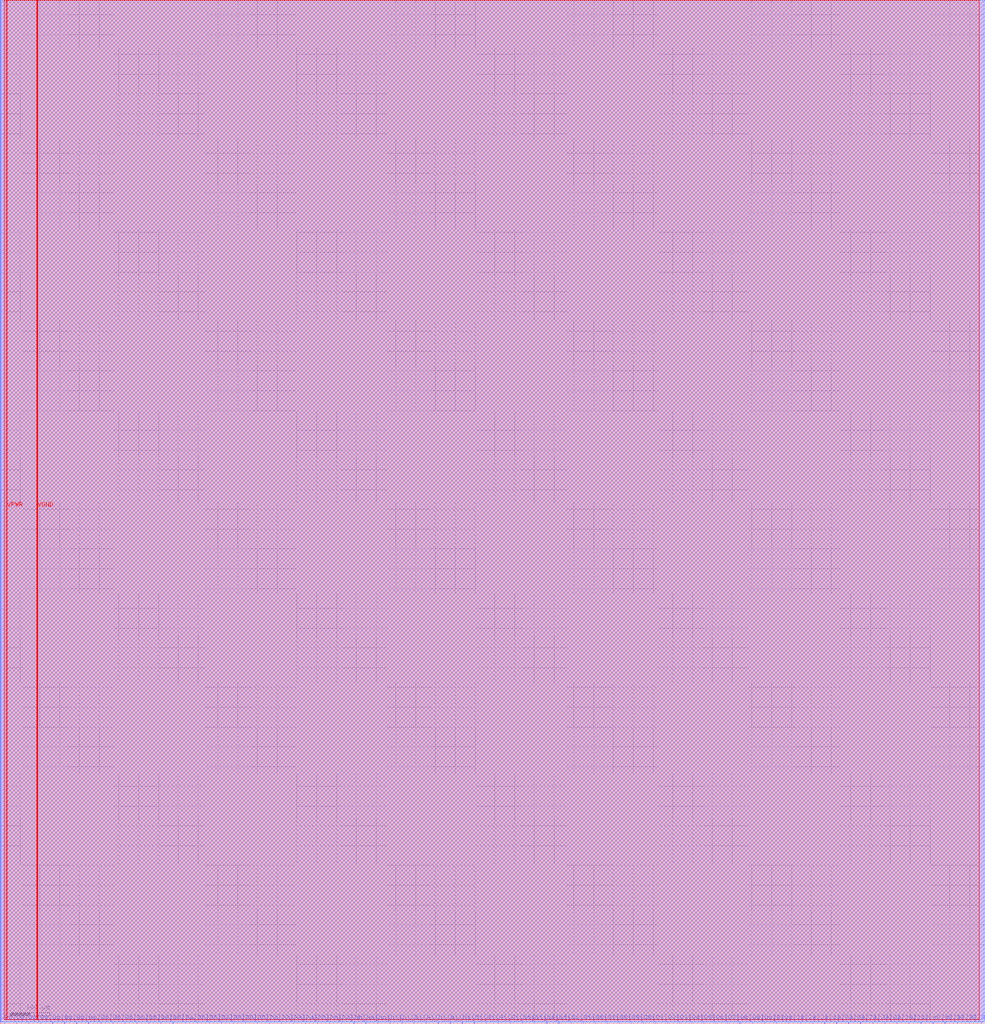
<source format=lef>
VERSION 5.7 ;
  NOWIREEXTENSIONATPIN ON ;
  DIVIDERCHAR "/" ;
  BUSBITCHARS "[]" ;
MACRO RAM_4Kx32
  CLASS BLOCK ;
  FOREIGN RAM_4Kx32 ;
  ORIGIN 0.000 0.000 ;
  SIZE 2489.625 BY 2586.960 ;
  PIN A[0]
    DIRECTION INPUT ;
    PORT
      LAYER met2 ;
        RECT 1960.800 0.000 1961.080 4.000 ;
    END
  END A[0]
  PIN A[10]
    DIRECTION INPUT ;
    PORT
      LAYER met2 ;
        RECT 2265.780 0.000 2266.060 4.000 ;
    END
  END A[10]
  PIN A[11]
    DIRECTION INPUT ;
    PORT
      LAYER met2 ;
        RECT 2296.600 0.000 2296.880 4.000 ;
    END
  END A[11]
  PIN A[1]
    DIRECTION INPUT ;
    PORT
      LAYER met2 ;
        RECT 1991.620 0.000 1991.900 4.000 ;
    END
  END A[1]
  PIN A[2]
    DIRECTION INPUT ;
    PORT
      LAYER met2 ;
        RECT 2021.980 0.000 2022.260 4.000 ;
    END
  END A[2]
  PIN A[3]
    DIRECTION INPUT ;
    PORT
      LAYER met2 ;
        RECT 2052.340 0.000 2052.620 4.000 ;
    END
  END A[3]
  PIN A[4]
    DIRECTION INPUT ;
    PORT
      LAYER met2 ;
        RECT 2083.160 0.000 2083.440 4.000 ;
    END
  END A[4]
  PIN A[5]
    DIRECTION INPUT ;
    PORT
      LAYER met2 ;
        RECT 2113.520 0.000 2113.800 4.000 ;
    END
  END A[5]
  PIN A[6]
    DIRECTION INPUT ;
    PORT
      LAYER met2 ;
        RECT 2143.880 0.000 2144.160 4.000 ;
    END
  END A[6]
  PIN A[7]
    DIRECTION INPUT ;
    PORT
      LAYER met2 ;
        RECT 2174.240 0.000 2174.520 4.000 ;
    END
  END A[7]
  PIN A[8]
    DIRECTION INPUT ;
    PORT
      LAYER met2 ;
        RECT 2205.060 0.000 2205.340 4.000 ;
    END
  END A[8]
  PIN A[9]
    DIRECTION INPUT ;
    PORT
      LAYER met2 ;
        RECT 2235.420 0.000 2235.700 4.000 ;
    END
  END A[9]
  PIN CLK
    DIRECTION INPUT ;
    PORT
      LAYER met2 ;
        RECT 2326.960 0.000 2327.240 4.000 ;
    END
  END CLK
  PIN Di[0]
    DIRECTION INPUT ;
    PORT
      LAYER met2 ;
        RECT 985.140 0.000 985.420 4.000 ;
    END
  END Di[0]
  PIN Di[10]
    DIRECTION INPUT ;
    PORT
      LAYER met2 ;
        RECT 1290.120 0.000 1290.400 4.000 ;
    END
  END Di[10]
  PIN Di[11]
    DIRECTION INPUT ;
    PORT
      LAYER met2 ;
        RECT 1320.940 0.000 1321.220 4.000 ;
    END
  END Di[11]
  PIN Di[12]
    DIRECTION INPUT ;
    PORT
      LAYER met2 ;
        RECT 1351.300 0.000 1351.580 4.000 ;
    END
  END Di[12]
  PIN Di[13]
    DIRECTION INPUT ;
    PORT
      LAYER met2 ;
        RECT 1381.660 0.000 1381.940 4.000 ;
    END
  END Di[13]
  PIN Di[14]
    DIRECTION INPUT ;
    PORT
      LAYER met2 ;
        RECT 1412.020 0.000 1412.300 4.000 ;
    END
  END Di[14]
  PIN Di[15]
    DIRECTION INPUT ;
    PORT
      LAYER met2 ;
        RECT 1442.840 0.000 1443.120 4.000 ;
    END
  END Di[15]
  PIN Di[16]
    DIRECTION INPUT ;
    PORT
      LAYER met2 ;
        RECT 1473.200 0.000 1473.480 4.000 ;
    END
  END Di[16]
  PIN Di[17]
    DIRECTION INPUT ;
    PORT
      LAYER met2 ;
        RECT 1503.560 0.000 1503.840 4.000 ;
    END
  END Di[17]
  PIN Di[18]
    DIRECTION INPUT ;
    PORT
      LAYER met2 ;
        RECT 1534.380 0.000 1534.660 4.000 ;
    END
  END Di[18]
  PIN Di[19]
    DIRECTION INPUT ;
    PORT
      LAYER met2 ;
        RECT 1564.740 0.000 1565.020 4.000 ;
    END
  END Di[19]
  PIN Di[1]
    DIRECTION INPUT ;
    PORT
      LAYER met2 ;
        RECT 1015.960 0.000 1016.240 4.000 ;
    END
  END Di[1]
  PIN Di[20]
    DIRECTION INPUT ;
    PORT
      LAYER met2 ;
        RECT 1595.100 0.000 1595.380 4.000 ;
    END
  END Di[20]
  PIN Di[21]
    DIRECTION INPUT ;
    PORT
      LAYER met2 ;
        RECT 1625.460 0.000 1625.740 4.000 ;
    END
  END Di[21]
  PIN Di[22]
    DIRECTION INPUT ;
    PORT
      LAYER met2 ;
        RECT 1656.280 0.000 1656.560 4.000 ;
    END
  END Di[22]
  PIN Di[23]
    DIRECTION INPUT ;
    PORT
      LAYER met2 ;
        RECT 1686.640 0.000 1686.920 4.000 ;
    END
  END Di[23]
  PIN Di[24]
    DIRECTION INPUT ;
    PORT
      LAYER met2 ;
        RECT 1717.000 0.000 1717.280 4.000 ;
    END
  END Di[24]
  PIN Di[25]
    DIRECTION INPUT ;
    PORT
      LAYER met2 ;
        RECT 1747.360 0.000 1747.640 4.000 ;
    END
  END Di[25]
  PIN Di[26]
    DIRECTION INPUT ;
    PORT
      LAYER met2 ;
        RECT 1778.180 0.000 1778.460 4.000 ;
    END
  END Di[26]
  PIN Di[27]
    DIRECTION INPUT ;
    PORT
      LAYER met2 ;
        RECT 1808.540 0.000 1808.820 4.000 ;
    END
  END Di[27]
  PIN Di[28]
    DIRECTION INPUT ;
    PORT
      LAYER met2 ;
        RECT 1838.900 0.000 1839.180 4.000 ;
    END
  END Di[28]
  PIN Di[29]
    DIRECTION INPUT ;
    PORT
      LAYER met2 ;
        RECT 1869.720 0.000 1870.000 4.000 ;
    END
  END Di[29]
  PIN Di[2]
    DIRECTION INPUT ;
    PORT
      LAYER met2 ;
        RECT 1046.320 0.000 1046.600 4.000 ;
    END
  END Di[2]
  PIN Di[30]
    DIRECTION INPUT ;
    PORT
      LAYER met2 ;
        RECT 1900.080 0.000 1900.360 4.000 ;
    END
  END Di[30]
  PIN Di[31]
    DIRECTION INPUT ;
    PORT
      LAYER met2 ;
        RECT 1930.440 0.000 1930.720 4.000 ;
    END
  END Di[31]
  PIN Di[3]
    DIRECTION INPUT ;
    PORT
      LAYER met2 ;
        RECT 1076.680 0.000 1076.960 4.000 ;
    END
  END Di[3]
  PIN Di[4]
    DIRECTION INPUT ;
    PORT
      LAYER met2 ;
        RECT 1107.500 0.000 1107.780 4.000 ;
    END
  END Di[4]
  PIN Di[5]
    DIRECTION INPUT ;
    PORT
      LAYER met2 ;
        RECT 1137.860 0.000 1138.140 4.000 ;
    END
  END Di[5]
  PIN Di[6]
    DIRECTION INPUT ;
    PORT
      LAYER met2 ;
        RECT 1168.220 0.000 1168.500 4.000 ;
    END
  END Di[6]
  PIN Di[7]
    DIRECTION INPUT ;
    PORT
      LAYER met2 ;
        RECT 1198.580 0.000 1198.860 4.000 ;
    END
  END Di[7]
  PIN Di[8]
    DIRECTION INPUT ;
    PORT
      LAYER met2 ;
        RECT 1229.400 0.000 1229.680 4.000 ;
    END
  END Di[8]
  PIN Di[9]
    DIRECTION INPUT ;
    PORT
      LAYER met2 ;
        RECT 1259.760 0.000 1260.040 4.000 ;
    END
  END Di[9]
  PIN Do[0]
    DIRECTION OUTPUT TRISTATE ;
    PORT
      LAYER met2 ;
        RECT 9.940 0.000 10.220 4.000 ;
    END
  END Do[0]
  PIN Do[10]
    DIRECTION OUTPUT TRISTATE ;
    PORT
      LAYER met2 ;
        RECT 314.460 0.000 314.740 4.000 ;
    END
  END Do[10]
  PIN Do[11]
    DIRECTION OUTPUT TRISTATE ;
    PORT
      LAYER met2 ;
        RECT 345.280 0.000 345.560 4.000 ;
    END
  END Do[11]
  PIN Do[12]
    DIRECTION OUTPUT TRISTATE ;
    PORT
      LAYER met2 ;
        RECT 375.640 0.000 375.920 4.000 ;
    END
  END Do[12]
  PIN Do[13]
    DIRECTION OUTPUT TRISTATE ;
    PORT
      LAYER met2 ;
        RECT 406.000 0.000 406.280 4.000 ;
    END
  END Do[13]
  PIN Do[14]
    DIRECTION OUTPUT TRISTATE ;
    PORT
      LAYER met2 ;
        RECT 436.360 0.000 436.640 4.000 ;
    END
  END Do[14]
  PIN Do[15]
    DIRECTION OUTPUT TRISTATE ;
    PORT
      LAYER met2 ;
        RECT 467.180 0.000 467.460 4.000 ;
    END
  END Do[15]
  PIN Do[16]
    DIRECTION OUTPUT TRISTATE ;
    PORT
      LAYER met2 ;
        RECT 497.540 0.000 497.820 4.000 ;
    END
  END Do[16]
  PIN Do[17]
    DIRECTION OUTPUT TRISTATE ;
    PORT
      LAYER met2 ;
        RECT 527.900 0.000 528.180 4.000 ;
    END
  END Do[17]
  PIN Do[18]
    DIRECTION OUTPUT TRISTATE ;
    PORT
      LAYER met2 ;
        RECT 558.720 0.000 559.000 4.000 ;
    END
  END Do[18]
  PIN Do[19]
    DIRECTION OUTPUT TRISTATE ;
    PORT
      LAYER met2 ;
        RECT 589.080 0.000 589.360 4.000 ;
    END
  END Do[19]
  PIN Do[1]
    DIRECTION OUTPUT TRISTATE ;
    PORT
      LAYER met2 ;
        RECT 40.300 0.000 40.580 4.000 ;
    END
  END Do[1]
  PIN Do[20]
    DIRECTION OUTPUT TRISTATE ;
    PORT
      LAYER met2 ;
        RECT 619.440 0.000 619.720 4.000 ;
    END
  END Do[20]
  PIN Do[21]
    DIRECTION OUTPUT TRISTATE ;
    PORT
      LAYER met2 ;
        RECT 649.800 0.000 650.080 4.000 ;
    END
  END Do[21]
  PIN Do[22]
    DIRECTION OUTPUT TRISTATE ;
    PORT
      LAYER met2 ;
        RECT 680.620 0.000 680.900 4.000 ;
    END
  END Do[22]
  PIN Do[23]
    DIRECTION OUTPUT TRISTATE ;
    PORT
      LAYER met2 ;
        RECT 710.980 0.000 711.260 4.000 ;
    END
  END Do[23]
  PIN Do[24]
    DIRECTION OUTPUT TRISTATE ;
    PORT
      LAYER met2 ;
        RECT 741.340 0.000 741.620 4.000 ;
    END
  END Do[24]
  PIN Do[25]
    DIRECTION OUTPUT TRISTATE ;
    PORT
      LAYER met2 ;
        RECT 772.160 0.000 772.440 4.000 ;
    END
  END Do[25]
  PIN Do[26]
    DIRECTION OUTPUT TRISTATE ;
    PORT
      LAYER met2 ;
        RECT 802.520 0.000 802.800 4.000 ;
    END
  END Do[26]
  PIN Do[27]
    DIRECTION OUTPUT TRISTATE ;
    PORT
      LAYER met2 ;
        RECT 832.880 0.000 833.160 4.000 ;
    END
  END Do[27]
  PIN Do[28]
    DIRECTION OUTPUT TRISTATE ;
    PORT
      LAYER met2 ;
        RECT 863.240 0.000 863.520 4.000 ;
    END
  END Do[28]
  PIN Do[29]
    DIRECTION OUTPUT TRISTATE ;
    PORT
      LAYER met2 ;
        RECT 894.060 0.000 894.340 4.000 ;
    END
  END Do[29]
  PIN Do[2]
    DIRECTION OUTPUT TRISTATE ;
    PORT
      LAYER met2 ;
        RECT 70.660 0.000 70.940 4.000 ;
    END
  END Do[2]
  PIN Do[30]
    DIRECTION OUTPUT TRISTATE ;
    PORT
      LAYER met2 ;
        RECT 924.420 0.000 924.700 4.000 ;
    END
  END Do[30]
  PIN Do[31]
    DIRECTION OUTPUT TRISTATE ;
    PORT
      LAYER met2 ;
        RECT 954.780 0.000 955.060 4.000 ;
    END
  END Do[31]
  PIN Do[3]
    DIRECTION OUTPUT TRISTATE ;
    PORT
      LAYER met2 ;
        RECT 101.020 0.000 101.300 4.000 ;
    END
  END Do[3]
  PIN Do[4]
    DIRECTION OUTPUT TRISTATE ;
    PORT
      LAYER met2 ;
        RECT 131.840 0.000 132.120 4.000 ;
    END
  END Do[4]
  PIN Do[5]
    DIRECTION OUTPUT TRISTATE ;
    PORT
      LAYER met2 ;
        RECT 162.200 0.000 162.480 4.000 ;
    END
  END Do[5]
  PIN Do[6]
    DIRECTION OUTPUT TRISTATE ;
    PORT
      LAYER met2 ;
        RECT 192.560 0.000 192.840 4.000 ;
    END
  END Do[6]
  PIN Do[7]
    DIRECTION OUTPUT TRISTATE ;
    PORT
      LAYER met2 ;
        RECT 222.920 0.000 223.200 4.000 ;
    END
  END Do[7]
  PIN Do[8]
    DIRECTION OUTPUT TRISTATE ;
    PORT
      LAYER met2 ;
        RECT 253.740 0.000 254.020 4.000 ;
    END
  END Do[8]
  PIN Do[9]
    DIRECTION OUTPUT TRISTATE ;
    PORT
      LAYER met2 ;
        RECT 284.100 0.000 284.380 4.000 ;
    END
  END Do[9]
  PIN EN
    DIRECTION INPUT ;
    PORT
      LAYER met2 ;
        RECT 2479.220 0.000 2479.500 4.000 ;
    END
  END EN
  PIN WE[0]
    DIRECTION INPUT ;
    PORT
      LAYER met2 ;
        RECT 2357.320 0.000 2357.600 4.000 ;
    END
  END WE[0]
  PIN WE[1]
    DIRECTION INPUT ;
    PORT
      LAYER met2 ;
        RECT 2387.680 0.000 2387.960 4.000 ;
    END
  END WE[1]
  PIN WE[2]
    DIRECTION INPUT ;
    PORT
      LAYER met2 ;
        RECT 2418.500 0.000 2418.780 4.000 ;
    END
  END WE[2]
  PIN WE[3]
    DIRECTION INPUT ;
    PORT
      LAYER met2 ;
        RECT 2448.860 0.000 2449.140 4.000 ;
    END
  END WE[3]
  PIN VPWR
    DIRECTION INPUT ;
    USE POWER ;
    PORT
      LAYER met4 ;
        RECT 15.710 10.640 17.310 2586.960 ;
    END
  END VPWR
  PIN VGND
    DIRECTION INPUT ;
    USE GROUND ;
    PORT
      LAYER met4 ;
        RECT 92.510 10.640 94.110 2586.960 ;
    END
  END VGND
  OBS
      LAYER li1 ;
        RECT 0.190 10.795 2489.565 2586.805 ;
      LAYER met1 ;
        RECT 0.190 4.800 2489.625 2586.960 ;
      LAYER met2 ;
        RECT 1.210 4.280 2487.320 2586.960 ;
        RECT 1.210 4.000 9.660 4.280 ;
        RECT 10.500 4.000 40.020 4.280 ;
        RECT 40.860 4.000 70.380 4.280 ;
        RECT 71.220 4.000 100.740 4.280 ;
        RECT 101.580 4.000 131.560 4.280 ;
        RECT 132.400 4.000 161.920 4.280 ;
        RECT 162.760 4.000 192.280 4.280 ;
        RECT 193.120 4.000 222.640 4.280 ;
        RECT 223.480 4.000 253.460 4.280 ;
        RECT 254.300 4.000 283.820 4.280 ;
        RECT 284.660 4.000 314.180 4.280 ;
        RECT 315.020 4.000 345.000 4.280 ;
        RECT 345.840 4.000 375.360 4.280 ;
        RECT 376.200 4.000 405.720 4.280 ;
        RECT 406.560 4.000 436.080 4.280 ;
        RECT 436.920 4.000 466.900 4.280 ;
        RECT 467.740 4.000 497.260 4.280 ;
        RECT 498.100 4.000 527.620 4.280 ;
        RECT 528.460 4.000 558.440 4.280 ;
        RECT 559.280 4.000 588.800 4.280 ;
        RECT 589.640 4.000 619.160 4.280 ;
        RECT 620.000 4.000 649.520 4.280 ;
        RECT 650.360 4.000 680.340 4.280 ;
        RECT 681.180 4.000 710.700 4.280 ;
        RECT 711.540 4.000 741.060 4.280 ;
        RECT 741.900 4.000 771.880 4.280 ;
        RECT 772.720 4.000 802.240 4.280 ;
        RECT 803.080 4.000 832.600 4.280 ;
        RECT 833.440 4.000 862.960 4.280 ;
        RECT 863.800 4.000 893.780 4.280 ;
        RECT 894.620 4.000 924.140 4.280 ;
        RECT 924.980 4.000 954.500 4.280 ;
        RECT 955.340 4.000 984.860 4.280 ;
        RECT 985.700 4.000 1015.680 4.280 ;
        RECT 1016.520 4.000 1046.040 4.280 ;
        RECT 1046.880 4.000 1076.400 4.280 ;
        RECT 1077.240 4.000 1107.220 4.280 ;
        RECT 1108.060 4.000 1137.580 4.280 ;
        RECT 1138.420 4.000 1167.940 4.280 ;
        RECT 1168.780 4.000 1198.300 4.280 ;
        RECT 1199.140 4.000 1229.120 4.280 ;
        RECT 1229.960 4.000 1259.480 4.280 ;
        RECT 1260.320 4.000 1289.840 4.280 ;
        RECT 1290.680 4.000 1320.660 4.280 ;
        RECT 1321.500 4.000 1351.020 4.280 ;
        RECT 1351.860 4.000 1381.380 4.280 ;
        RECT 1382.220 4.000 1411.740 4.280 ;
        RECT 1412.580 4.000 1442.560 4.280 ;
        RECT 1443.400 4.000 1472.920 4.280 ;
        RECT 1473.760 4.000 1503.280 4.280 ;
        RECT 1504.120 4.000 1534.100 4.280 ;
        RECT 1534.940 4.000 1564.460 4.280 ;
        RECT 1565.300 4.000 1594.820 4.280 ;
        RECT 1595.660 4.000 1625.180 4.280 ;
        RECT 1626.020 4.000 1656.000 4.280 ;
        RECT 1656.840 4.000 1686.360 4.280 ;
        RECT 1687.200 4.000 1716.720 4.280 ;
        RECT 1717.560 4.000 1747.080 4.280 ;
        RECT 1747.920 4.000 1777.900 4.280 ;
        RECT 1778.740 4.000 1808.260 4.280 ;
        RECT 1809.100 4.000 1838.620 4.280 ;
        RECT 1839.460 4.000 1869.440 4.280 ;
        RECT 1870.280 4.000 1899.800 4.280 ;
        RECT 1900.640 4.000 1930.160 4.280 ;
        RECT 1931.000 4.000 1960.520 4.280 ;
        RECT 1961.360 4.000 1991.340 4.280 ;
        RECT 1992.180 4.000 2021.700 4.280 ;
        RECT 2022.540 4.000 2052.060 4.280 ;
        RECT 2052.900 4.000 2082.880 4.280 ;
        RECT 2083.720 4.000 2113.240 4.280 ;
        RECT 2114.080 4.000 2143.600 4.280 ;
        RECT 2144.440 4.000 2173.960 4.280 ;
        RECT 2174.800 4.000 2204.780 4.280 ;
        RECT 2205.620 4.000 2235.140 4.280 ;
        RECT 2235.980 4.000 2265.500 4.280 ;
        RECT 2266.340 4.000 2296.320 4.280 ;
        RECT 2297.160 4.000 2326.680 4.280 ;
        RECT 2327.520 4.000 2357.040 4.280 ;
        RECT 2357.880 4.000 2387.400 4.280 ;
        RECT 2388.240 4.000 2418.220 4.280 ;
        RECT 2419.060 4.000 2448.580 4.280 ;
        RECT 2449.420 4.000 2478.940 4.280 ;
        RECT 2479.780 4.000 2487.320 4.280 ;
      LAYER met3 ;
        RECT 2.555 4.255 2487.345 2586.885 ;
      LAYER met4 ;
        RECT 9.685 10.640 15.310 2586.960 ;
        RECT 17.710 10.640 92.110 2586.960 ;
        RECT 94.510 10.640 2474.910 2586.960 ;
  END
END RAM_4Kx32
END LIBRARY


</source>
